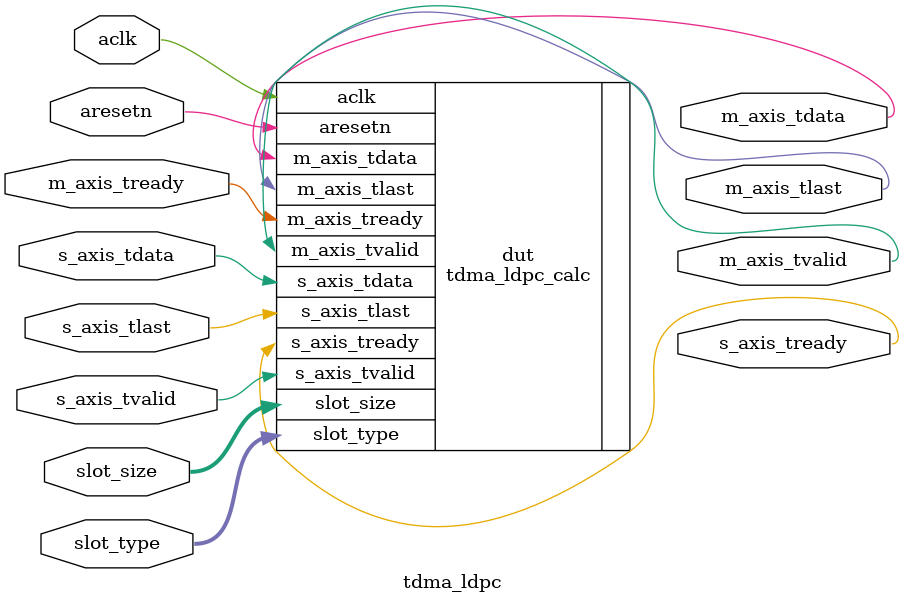
<source format=v>

module tdma_ldpc (
    input  wire aclk,             // Âõîä: òàêòîâûé ñèãíàë (clock)
    input  wire aresetn,          // Âõîä: ñèãíàë ñáðîñà 
    input  wire s_axis_tdata,     // Âõîä: 1-áèòíûå äàííûå ïî AXI-Stream
    input  wire s_axis_tvalid,    // Âõîä: âàëèäíîñòü âõîäíûõ äàííûõ
    input  wire s_axis_tlast,     // Âõîä: ïîñëåäíèé ïàêåò âõîäíûõ äàííûõ
    output wire s_axis_tready,    // Âûõîä: ãîòîâíîñòü ïðèåìà âõîäíûõ äàííûõ
    
    output wire m_axis_tdata,     // Âûõîä: 1-áèòíûå âûõîäíûå äàííûå ïî AXI-Stream
    output wire m_axis_tvalid,    // Âûõîä: âàëèäíîñòü âûõîäíûõ äàííûõ
    input  wire m_axis_tready,    // Âõîä: ãîòîâíîñòü ïðèåìà âûõîäíûõ äàííûõ
    output wire m_axis_tlast,      // Âûõîä: ïîñëåäíèé ïàêåò âûõîäíûõ äàííûõ
    
    input wire [3:0] slot_size,
    input wire [3:0] slot_type
);

// Èíñòàíñ DUT (calculate_vector) - ïîäêëþ÷àåì âñå ïîðòû íàïðÿìóþ.
tdma_ldpc_calc dut (
    .aclk(aclk),
    .aresetn(aresetn),
    .s_axis_tdata(s_axis_tdata),
    .s_axis_tvalid(s_axis_tvalid),
    .s_axis_tready(s_axis_tready),
    .s_axis_tlast(s_axis_tlast),
    .m_axis_tdata(m_axis_tdata),
    .m_axis_tvalid(m_axis_tvalid),
    .m_axis_tready(m_axis_tready),
    .m_axis_tlast(m_axis_tlast),
    .slot_size(slot_size),
    .slot_type(slot_type)
);

endmodule

// Ìîäóëü bit_receiver ïðèíèìàåò áèòû èç calculate_vector, 1 áèò çà 1 òàêò è âîçâðàùàåò  â calculate_vector óæå êàê br_m_axis_tdata ,
//br_m_axis_tdata óæå ó÷àñòâóåò â óìíîæåíèè ñòðîêè èç ìàòðèöû .
//ìîäóëü ñîçäàí äëÿ óäîáñòâà ÷åðåäîâàíèÿ  âûäà÷è 640 áèò è 128 áèò. 

//Ìîäóëü shift_register_processor ãåíåðèðóåò 640 ñòðîê ìàòðèöû Pg èç 20 áàçîâûõ (ïî 128 áèò) ïóò¸ì öèêëè÷åñêèõ ñäâèãîâ (32 ðàçà íà êàæäóþ).
// Çàãðóæàåò ñòðîêè èç ôàéëà , âûäà¸ò ïî îäíîé ñòðîêå çà òàêò ïðè en=1 , ïî ñèãíàëó out_row ïåðåäàåò â calculate_vector äëÿ óìíîæåíèÿ 

//Ìîäóëü calculate_vector âûïîëíÿåò íàêîïëåíèå è ðàñ÷åòû ,
// ÷åðåç ìóëüòèïëåêñîð ïî ñîñòîÿíèþ is_transmitting = 0 âûäàåò 640 áèò ÷åðåç ñèãíàë br_m_axis_tdata,
// ïî ñîñòîÿíèþ is_transmitting = 1 âûäàåò 128 áèò ÷åðåç ñèãíàë m_axis_tdata . 
</source>
